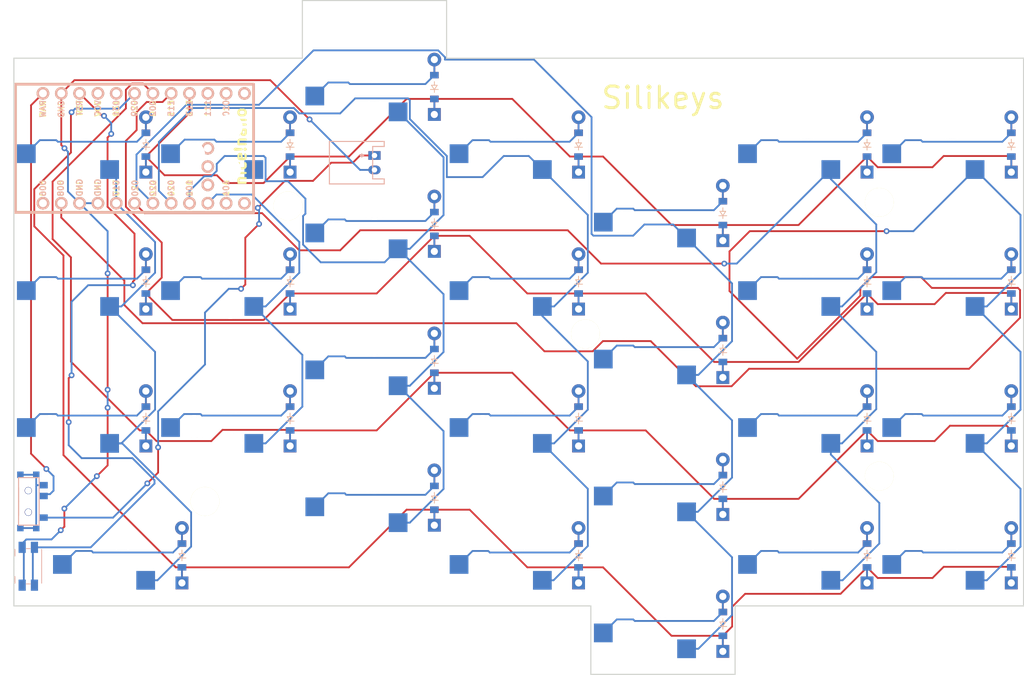
<source format=kicad_pcb>
(kicad_pcb (version 20240108) (generator "pcbnew") (generator_version "8.0")
  (title_block (title "right") (rev "v1.0.0") (company "Unknown"))
  (layers (0 "F.Cu" signal) (31 "B.Cu" signal) (34 "B.Paste" user) (35 "F.Paste" user) (36 "B.SilkS" user "B.Silkscreen") (37 "F.SilkS" user "F.Silkscreen") (38 "B.Mask" user) (39 "F.Mask" user) (44 "Edge.Cuts" user))
  (net 0 "")
  (net 1 "P017")
  (net 2 "h_down")
  (net 3 "h_home")
  (net 4 "h_up")
  (net 5 "h_anchor")
  (net 6 "P011")
  (net 7 "j_down")
  (net 8 "j_home")
  (net 9 "j_up")
  (net 10 "P100")
  (net 11 "k_utility")
  (net 12 "k_down")
  (net 13 "k_home")
  (net 14 "k_up")
  (net 15 "P024")
  (net 16 "l_utility")
  (net 17 "l_down")
  (net 18 "l_home")
  (net 19 "l_up")
  (net 20 "P022")
  (net 21 "semi_utility")
  (net 22 "semi_down")
  (net 23 "semi_home")
  (net 24 "semi_up")
  (net 25 "P020")
  (net 26 "apos_utility")
  (net 27 "apos_down")
  (net 28 "apos_home")
  (net 29 "apos_up")
  (net 30 "P008")
  (net 31 "enter_utility")
  (net 32 "enter_down")
  (net 33 "enter_home")
  (net 34 "enter_up")
  (net 35 "P002")
  (net 36 "P115")
  (net 37 "P113")
  (net 38 "P029")
  (net 39 "RAW")
  (net 40 "GND")
  (net 41 "RST")
  (net 42 "VCC")
  (net 43 "P031")
  (net 44 "P111")
  (net 45 "P010")
  (net 46 "P009")
  (net 47 "P006")
  (net 48 "P104")
  (net 49 "P106")
  (net 50 "P101")
  (net 51 "P102")
  (net 52 "P107")
  (net 53 "pos")
  (footprint "E73:SPDT_C128955" (layer "F.Cu") (at 92 145 90)
    (property "Reference" "T1" (hide yes))
    (property "Value" "" (hide yes))
  )
  (footprint "PG1350" (layer "F.Cu") (at 120 131 180)
    (property "Reference" "S5" (hide yes))
    (property "Value" "" (hide yes))
  )
  (footprint "PG1350" (layer "F.Cu") (at 105 150 180)
    (property "Reference" "S4" (hide yes))
    (property "Value" "" (hide yes))
  )
  (footprint "PG1350" (layer "F.Cu") (at 120 112 180)
    (property "Reference" "S6" (hide yes))
    (property "Value" "" (hide yes))
  )
  (footprint "ComboDiode" (layer "F.Cu") (at 168.3 152.5 90)
    (property "Reference" "D12" (hide yes))
    (property "Value" "" (hide yes))
  )
  (footprint "PG1350" (layer "F.Cu") (at 200 112 180)
    (property "Reference" "S22" (hide yes))
    (property "Value" "" (hide yes))
  )
  (footprint "ComboDiode" (layer "F.Cu") (at 168.3 133.5 90)
    (property "Reference" "D13" (hide yes))
    (property "Value" "" (hide yes))
  )
  (footprint "ComboDiode" (layer "F.Cu") (at 228.3 114.5 90)
    (property "Reference" "D26" (hide yes))
    (property "Value" "" (hide yes))
  )
  (footprint "ComboDiode" (layer "F.Cu") (at 208.3 95.5 90)
    (property "Reference" "D23" (hide yes))
    (property "Value" "" (hide yes))
  )
  (footprint "ComboDiode" (layer "F.Cu") (at 188.3 124 90)
    (property "Reference" "D18" (hide yes))
    (property "Value" "" (hide yes))
  )
  (footprint "HOLE_M2_TH" (layer "F.Cu") (at 210 103.5)
    (property "Reference" "")
    (property "Value" "")
  )
  (footprint "ComboDiode" (layer "F.Cu") (at 148.3 144.5 90)
    (property "Reference" "D8" (hide yes))
    (property "Value" "" (hide yes))
  )
  (footprint "PG1350" (layer "F.Cu") (at 180 140.5 180)
    (property "Reference" "S17" (hide yes))
    (property "Value" "" (hide yes))
  )
  (footprint "ComboDiode" (layer "F.Cu") (at 208.3 114.5 90)
    (property "Reference" "D22" (hide yes))
    (property "Value" "" (hide yes))
  )
  (footprint "PG1350" (layer "F.Cu") (at 200 93 180)
    (property "Reference" "S23" (hide yes))
    (property "Value" "" (hide yes))
  )
  (footprint "PG1350" (layer "F.Cu") (at 160 112 180)
    (property "Reference" "S14" (hide yes))
    (property "Value" "" (hide yes))
  )
  (footprint "PG1350" (layer "F.Cu") (at 180 102.5 180)
    (property "Reference" "S19" (hide yes))
    (property "Value" "" (hide yes))
  )
  (footprint "ComboDiode" (layer "F.Cu") (at 188.3 105 90)
    (property "Reference" "D19" (hide yes))
    (property "Value" "" (hide yes))
  )
  (footprint "nice_nano" (layer "F.Cu") (at 108 96)
    (property "Reference" "MCU1" (hide yes))
    (property "Value" "nice_nano" (hide yes))
  )
  (footprint "PG1350" (layer "F.Cu") (at 140 142 180)
    (property "Reference" "S8" (hide yes))
    (property "Value" "" (hide yes))
  )
  (footprint "ComboDiode" (layer "F.Cu") (at 113.3 152.5 90)
    (property "Reference" "D4" (hide yes))
    (property "Value" "" (hide yes))
  )
  (footprint "PG1350" (layer "F.Cu") (at 100 112 180)
    (property "Reference" "S2" (hide yes))
    (property "Value" "" (hide yes))
  )
  (footprint "ComboDiode" (layer "F.Cu") (at 188.3 162 90)
    (property "Reference" "D16" (hide yes))
    (property "Value" "" (hide yes))
  )
  (footprint "JST_PH_S2B-PH-K_02x2.00mm_Angled" (layer "F.Cu") (at 140 98 -90)
    (property "Reference" "JST1" (hide yes))
    (property "Value" "" (hide yes))
  )
  (footprint "ComboDiode" (layer "F.Cu") (at 148.3 125.5 90)
    (property "Reference" "D9" (hide yes))
    (property "Value" "" (hide yes))
  )
  (footprint "PG1350" (layer "F.Cu") (at 180 159.5 180)
    (property "Reference" "S16" (hide yes))
    (property "Value" "" (hide yes))
  )
  (footprint "ComboDiode" (layer "F.Cu") (at 128.3 95.5 90)
    (property "Reference" "D7" (hide yes))
    (property "Value" "" (hide yes))
  )
  (footprint "HOLE_M2_TH" (layer "F.Cu") (at 210 141.5)
    (property "Reference" "")
    (property "Value" "")
  )
  (footprint "PG1350" (layer "F.Cu") (at 220 131 180)
    (property "Reference" "S25" (hide yes))
    (property "Value" "" (hide yes))
  )
  (footprint "ComboDiode" (layer "F.Cu") (at 128.3 114.5 90)
    (property "Reference" "D6" (hide yes))
    (property "Value" "" (hide yes))
  )
  (footprint "PG1350" (layer "F.Cu") (at 100 93 180)
    (property "Reference" "S3" (hide yes))
    (property "Value" "" (hide yes))
  )
  (footprint "ComboDiode" (layer "F.Cu") (at 188.3 143 90)
    (property "Reference" "D17" (hide yes))
    (property "Value" "" (hide yes))
  )
  (footprint "PG1350" (layer "F.Cu") (at 160 131 180)
    (property "Reference" "S13" (hide yes))
    (property "Value" "" (hide yes))
  )
  (footprint "PG1350" (layer "F.Cu") (at 140 104 180)
    (property "Reference" "S10" (hide yes))
    (property "Value" "" (hide yes))
  )
  (footprint "PG1350" (layer "F.Cu") (at 220 112 180)
    (property "Reference" "S26" (hide yes))
    (property "Value" "" (hide yes))
  )
  (footprint "ComboDiode" (layer "F.Cu") (at 228.3 152.5 90)
    (property "Reference" "D24" (hide yes))
    (property "Value" "" (hide yes))
  )
  (footprint "PG1350" (layer "F.Cu") (at 140 85 180)
    (property "Reference" "S11" (hide yes))
    (property "Value" "" (hide yes))
  )
  (footprint "HOLE_M2_TH" (layer "F.Cu") (at 116.5 145)
    (property "Reference" "")
    (property "Value" "")
  )
  (footprint "ComboDiode" (layer "F.Cu") (at 108.3 114.5 90)
    (property "Reference" "D2" (hide yes))
    (property "Value" "" (hide yes))
  )
  (footprint "HOLE_M2_TH" (layer "F.Cu") (at 128 104)
    (property "Reference" "")
    (property "Value" "")
  )
  (footprint "PG1350" (layer "F.Cu") (at 160 150 180)
    (property "Reference" "S12" (hide yes))
    (property "Value" "" (hide yes))
  )
  (footprint "PG1350" (layer "F.Cu") (at 140 123 180)
    (property "Reference" "S9" (hide yes))
    (property "Value" "" (hide yes))
  )
  (footprint "PG1350" (layer "F.Cu") (at 120 93 180)
    (property "Reference" "S7" (hide yes))
    (property "Value" "" (hide yes))
  )
  (footprint "PG1350" (layer "F.Cu") (at 200 150 180)
    (property "Reference" "S20" (hide yes))
    (property "Value" "" (hide yes))
  )
  (footprint "ComboDiode" (layer "F.Cu") (at 168.3 114.5 90)
    (property "Reference" "D14" (hide yes))
    (property "Value" "" (hide yes))
  )
  (footprint "PG1350" (layer "F.Cu") (at 100 131 180)
    (property "Reference" "S1" (hide yes))
    (property "Value" "" (hide yes))
  )
  (footprint "PG1350" (layer "F.Cu") (at 180 121.5 180)
    (property "Reference" "S18" (hide yes))
    (property "Value" "" (hide yes))
  )
  (footprint "ComboDiode" (layer "F.Cu") (at 148.3 87.5 90)
    (property "Reference" "D11" (hide yes))
    (property "Value" "" (hide yes))
  )
  (footprint "ComboDiode" (layer "F.Cu") (at 148.3 106.5 90)
    (property "Reference" "D10" (hide yes))
    (property "Value" "" (hide yes))
  )
  (footprint "Panasonic_EVQPUL_EVQPUC" (layer "F.Cu") (at 92 154 90)
    (property "Reference" "B1" (hide yes))
    (property "Value" "Panasonic_EVQPUL_EVQPUC" (hide yes))
  )
  (footprint "PG1350" (layer "F.Cu") (at 200 131 180)
    (property "Reference" "S21" (hide yes))
    (property "Value" "" (hide yes))
  )
  (footprint "ComboDiode" (layer "F.Cu") (at 208.3 133.5 90)
    (property "Reference" "D21" (hide yes))
    (property "Value" "" (hide yes))
  )
  (footprint "ComboDiode" (layer "F.Cu") (at 128.3 133.5 90)
    (property "Reference" "D5" (hide yes))
    (property "Value" "" (hide yes))
  )
  (footprint "ComboDiode" (layer "F.Cu") (at 108.3 95.5 90)
    (property "Reference" "D3" (hide yes))
    (property "Value" "" (hide yes))
  )
  (footprint "ComboDiode" (layer "F.Cu") (at 208.3 152.5 90)
    (property "Reference" "D20" (hide yes))
    (property "Value" "" (hide yes))
  )
  (footprint "ComboDiode" (layer "F.Cu") (at 168.3 95.5 90)
    (property "Reference" "D15" (hide yes))
    (property "Value" "" (hide yes))
  )
  (footprint "PG1350" (layer "F.Cu") (at 160 93 180)
    (property "Reference" "S15" (hide yes))
    (property "Value" "" (hide yes))
  )
  (footprint "PG1350" (layer "F.Cu") (at 220 93 180)
    (property "Reference" "S27" (hide yes))
    (property "Value" "" (hide yes))
  )
  (footprint "ComboDiode" (layer "F.Cu") (at 108.3 133.5 90)
    (property "Reference" "D1" (hide yes))
    (property "Value" "" (hide yes))
  )
  (footprint "ComboDiode" (layer "F.Cu") (at 228.3 133.5 90)
    (property "Reference" "D25" (hide yes))
    (property "Value" "" (hide yes))
  )
  (footprint "HOLE_M2_TH" (layer "F.Cu") (at 169.25 121.75)
    (property "Reference" "")
    (property "Value" "")
  )
  (footprint "ComboDiode" (layer "F.Cu") (at 228.3 95.5 90)
    (property "Reference" "D27" (hide yes))
    (property "Value" "" (hide yes))
  )
  (footprint "PG1350" (layer "F.Cu") (at 220 150 180)
    (property "Reference" "S24" (hide yes))
    (property "Value" "" (hide yes))
  )
  (gr_line (start 90 159.5) (end 170 159.5) (stroke (width 0.15)) (layer "Edge.Cuts"))
  (gr_line (start 90 159.5) (end 90 83.5) (stroke (width 0.15)) (layer "Edge.Cuts"))
  (gr_line (start 170 169) (end 170 159.5) (stroke (width 0.15)) (layer "Edge.Cuts"))
  (gr_line (start 150 83.5) (end 230 83.5) (stroke (width 0.15)) (layer "Edge.Cuts"))
  (gr_line (start 150 75.5) (end 150 83.5) (stroke (width 0.15)) (layer "Edge.Cuts"))
  (gr_line (start 90 83.5) (end 130 83.5) (stroke (width 0.15)) (layer "Edge.Cuts"))
  (gr_line (start 130 75.5) (end 150 75.5) (stroke (width 0.15)) (layer "Edge.Cuts"))
  (gr_line (start 230 159.5) (end 190 159.5) (stroke (width 0.15)) (layer "Edge.Cuts"))
  (gr_line (start 130 83.5) (end 130 75.5) (stroke (width 0.15)) (layer "Edge.Cuts"))
  (gr_line (start 190 159.5) (end 190 169) (stroke (width 0.15)) (layer "Edge.Cuts"))
  (gr_line (start 230 83.5) (end 230 159.5) (stroke (width 0.15)) (layer "Edge.Cuts"))
  (gr_line (start 190 169) (end 170 169) (stroke (width 0.15)) (layer "Edge.Cuts"))
  (gr_text "Silikeys" (at 180 90.75 0) (layer "F.SilkS") (effects (font (size 3 3) (thickness 0.4)) (justify bottom)))
  (segment (start 93.2 142.75) (end 94.075 142.75) (width 0.25) (layer "B.Cu") (net 0))
  (segment (start 93.1 142.65) (end 93.1 141.3) (width 0.25) (layer "B.Cu") (net 0))
  (segment (start 93.1 141.3) (end 90.9 141.3) (width 0.25) (layer "B.Cu") (net 0))
  (segment (start 93.1 142.85) (end 93.2 142.75) (width 0.25) (layer "B.Cu") (net 0))
  (segment (start 93.2 142.75) (end 93.1 142.65) (width 0.25) (layer "B.Cu") (net 0))
  (segment (start 90.9 148.7) (end 93.1 148.7) (width 0.25) (layer "B.Cu") (net 0))
  (segment (start 93.1 148.7) (end 93.1 142.85) (width 0.25) (layer "B.Cu") (net 0))
  (segment (start 114.5775 151.2725) (end 114.5775 146.506968) (width 0.25) (layer "B.Cu") (net 1))
  (segment (start 114.5775 146.506968) (end 105.020532 136.95) (width 0.25) (layer "B.Cu") (net 1))
  (segment (start 104.19 99.865) (end 103.275 98.95) (width 0.25) (layer "B.Cu") (net 1))
  (segment (start 103.275 117.95) (end 104.9 117.95) (width 0.25) (layer "B.Cu") (net 1))
  (segment (start 109.5775 132.2725) (end 109.5775 124.2525) (width 0.25) (layer "B.Cu") (net 1))
  (segment (start 104.9 136.95) (end 109.5775 132.2725) (width 0.25) (layer "B.Cu") (net 1))
  (segment (start 109.5775 124.2525) (end 103.275 117.95) (width 0.25) (layer "B.Cu") (net 1))
  (segment (start 104.9 117.95) (end 109.5775 113.2725) (width 0.25) (layer "B.Cu") (net 1))
  (segment (start 109.5775 113.2725) (end 109.5775 109.0075) (width 0.25) (layer "B.Cu") (net 1))
  (segment (start 109.5775 109.0075) (end 104.19 103.62) (width 0.25) (layer "B.Cu") (net 1))
  (segment (start 104.19 103.62) (end 104.19 99.865) (width 0.25) (layer "B.Cu") (net 1))
  (segment (start 108.275 155.95) (end 109.9 155.95) (width 0.25) (layer "B.Cu") (net 1))
  (segment (start 105.020532 136.95) (end 103.275 136.95) (width 0.25) (layer "B.Cu") (net 1))
  (segment (start 109.9 155.95) (end 114.5775 151.2725) (width 0.25) (layer "B.Cu") (net 1))
  (segment (start 103.275 136.95) (end 104.9 136.95) (width 0.25) (layer "B.Cu") (net 1))
  (segment (start 108.3 131.85) (end 108.3 129.69) (width 0.25) (layer "F.Cu") (net 2))
  (segment (start 108.3 131.85) (end 108.3 129.69) (width 0.25) (layer "B.Cu") (net 2))
  (segment (start 93.6 132.875) (end 91.725 134.75) (width 0.25) (layer "B.Cu") (net 2))
  (segment (start 108.3 131.85) (end 107.0605 133.0895) (width 0.25) (layer "B.Cu") (net 2))
  (segment (start 95.875 132.875) (end 93.6 132.875) (width 0.25) (layer "B.Cu") (net 2))
  (segment (start 107.0605 133.0895) (end 96.0895 133.0895) (width 0.25) (layer "B.Cu") (net 2))
  (segment (start 96.0895 133.0895) (end 95.875 132.875) (width 0.25) (layer "B.Cu") (net 2))
  (segment (start 108.3 112.85) (end 108.3 110.69) (width 0.25) (layer "F.Cu") (net 3))
  (segment (start 95.875 113.875) (end 93.6 113.875) (width 0.25) (layer "B.Cu") (net 3))
  (segment (start 108.3 112.85) (end 107.0605 114.0895) (width 0.25) (layer "B.Cu") (net 3))
  (segment (start 108.3 110.69) (end 108.3 112.85) (width 0.25) (layer "B.Cu") (net 3))
  (segment (start 96.0895 114.0895) (end 95.875 113.875) (width 0.25) (layer "B.Cu") (net 3))
  (segment (start 107.0605 114.0895) (end 96.0895 114.0895) (width 0.25) (layer "B.Cu") (net 3))
  (segment (start 93.6 113.875) (end 91.725 115.75) (width 0.25) (layer "B.Cu") (net 3))
  (segment (start 108.3 93.85) (end 108.3 91.69) (width 0.25) (layer "F.Cu") (net 4))
  (segment (start 96.0895 95.0895) (end 95.875 94.875) (width 0.25) (layer "B.Cu") (net 4))
  (segment (start 108.3 93.85) (end 107.0605 95.0895) (width 0.25) (layer "B.Cu") (net 4))
  (segment (start 107.0605 95.0895) (end 96.0895 95.0895) (width 0.25) (layer "B.Cu") (net 4))
  (segment (start 108.3 93.85) (end 108.3 91.69) (width 0.25) (layer "B.Cu") (net 4))
  (segment (start 93.6 94.875) (end 91.725 96.75) (width 0.25) (layer "B.Cu") (net 4))
  (segment (start 95.875 94.875) (end 93.6 94.875) (width 0.25) (layer "B.Cu") (net 4))
  (segment (start 113.3 150.85) (end 113.3 148.69) (width 0.25) (layer "F.Cu") (net 5))
  (segment (start 98.6 151.875) (end 96.725 153.75) (width 0.25) (layer "B.Cu") (net 5))
  (segment (start 100.99115 152.0895) (end 100.77665 151.875) (width 0.25) (layer "B.Cu") (net 5))
  (segment (start 113.3 148.69) (end 113.3 150.85) (width 0.25) (layer "B.Cu") (net 5))
  (segment (start 113.3 150.85) (end 112.0605 152.0895) (width 0.25) (layer "B.Cu") (net 5))
  (segment (start 100.77665 151.875) (end 98.6 151.875) (width 0.25) (layer "B.Cu") (net 5))
  (segment (start 112.0605 152.0895) (end 100.99115 152.0895) (width 0.25) (layer "B.Cu") (net 5))
  (segment (start 129.5775 113.2725) (end 129.5775 109.006968) (width 0.25) (layer "B.Cu") (net 6))
  (segment (start 123.275 102.704468) (end 122.989232 102.4187) (width 0.25) (layer "B.Cu") (net 6))
  (segment (start 123.275 136.95) (end 124.9 136.95) (width 0.25) (layer "B.Cu") (net 6))
  (segment (start 130 124.675) (end 123.275 117.95) (width 0.25) (layer "B.Cu") (net 6))
  (segment (start 129.5775 109.006968) (end 123.275 102.704468) (width 0.25) (layer "B.Cu") (net 6))
  (segment (start 130 131.85) (end 130 124.675) (width 0.25) (layer "B.Cu") (net 6))
  (segment (start 124.9 117.95) (end 129.5775 113.2725) (width 0.25) (layer "B.Cu") (net 6))
  (segment (start 123.275 117.95) (end 124.9 117.95) (width 0.25) (layer "B.Cu") (net 6))
  (segment (start 122.989232 102.4187) (end 118.0913 102.4187) (width 0.25) (layer "B.Cu") (net 6))
  (segment (start 124.9 136.95) (end 130 131.85) (width 0.25) (layer "B.Cu") (net 6))
  (segment (start 123.275 102.704468) (end 123.275 98.95) (width 0.25) (layer "B.Cu") (net 6))
  (segment (start 118.0913 102.4187) (end 116.89 103.62) (width 0.25) (layer "B.Cu") (net 6))
  (segment (start 128.3 129.69) (end 128.3 131.85) (width 0.25) (layer "F.Cu") (net 7))
  (segment (start 128.3 129.69) (end 128.3 131.85) (width 0.25) (layer "B.Cu") (net 7))
  (segment (start 127.0605 133.0895) (end 116.0895 133.0895) (width 0.25) (layer "B.Cu") (net 7))
  (segment (start 113.6 132.875) (end 111.725 134.75) (width 0.25) (layer "B.Cu") (net 7))
  (segment (start 116.0895 133.0895) (end 115.875 132.875) (width 0.25) (layer "B.Cu") (net 7))
  (segment (start 128.3 131.85) (end 127.0605 133.0895) (width 0.25) (layer "B.Cu") (net 7))
  (segment (start 115.875 132.875) (end 113.6 132.875) (width 0.25) (layer "B.Cu") (net 7))
  (segment (start 128.3 110.69) (end 128.3 112.85) (width 0.25) (layer "F.Cu") (net 8))
  (segment (start 113.6 113.875) (end 111.725 115.75) (width 0.25) (layer "B.Cu") (net 8))
  (segment (start 128.3 112.85) (end 127.0605 114.0895) (width 0.25) (layer "B.Cu") (net 8))
  (segment (start 115.875 113.875) (end 113.6 113.875) (width 0.25) (layer "B.Cu") (net 8))
  (segment (start 128.3 110.69) (end 128.3 112.85) (width 0.25) (layer "B.Cu") (net 8))
  (segment (start 116.0895 114.0895) (end 115.875 113.875) (width 0.25) (layer "B.Cu") (net 8))
  (segment (start 127.0605 114.0895) (end 116.0895 114.0895) (width 0.25) (layer "B.Cu") (net 8))
  (segment (start 128.3 91.69) (end 128.3 93.85) (width 0.25) (layer "F.Cu") (net 9))
  (segment (start 127.0605 95.0895) (end 118.0895 95.0895) (width 0.25) (layer "B.Cu") (net 9))
  (segment (start 118.0895 95.0895) (end 117.7987 94.7987) (width 0.25) (layer "B.Cu") (net 9))
  (segment (start 117.7987 94.7987) (end 113.6763 94.7987) (width 0.25) (layer "B.Cu") (net 9))
  (segment (start 128.3 93.85) (end 127.0605 95.0895) (width 0.25) (layer "B.Cu") (net 9))
  (segment (start 128.3 91.69) (end 128.3 93.85) (width 0.25) (layer "B.Cu") (net 9))
  (segment (start 113.6763 94.7987) (end 111.725 96.75) (width 0.25) (layer "B.Cu") (net 9))
  (segment (start 114.35 101.921105) (end 114.35 103.62) (width 0.25) (layer "B.Cu") (net 10))
  (segment (start 143.275 128.95) (end 144.9 128.95) (width 0.25) (layer "B.Cu") (net 10))
  (segment (start 130.425 102.995532) (end 128.004468 100.575) (width 0.25) (layer "B.Cu") (net 10))
  (segment (start 118.125 99.141295) (end 117.387595 99.8787) (width 0.25) (layer "B.Cu") (net 10))
  (segment (start 149.5775 97.2525) (end 143.275 90.95) (width 0.25) (layer "B.Cu") (net 10))
  (segment (start 117.387595 99.8787) (end 116.392405 99.8787) (width 0.25) (layer "B.Cu") (net 10))
  (segment (start 143.275 147.95) (end 144.9 147.95) (width 0.25) (layer "B.Cu") (net 10))
  (segment (start 124.9 100.575) (end 124.9 97.325) (width 0.25) (layer "B.Cu") (net 10))
  (segment (start 143.275 109.95) (end 144.9 109.95) (width 0.25) (layer "B.Cu") (net 10))
  (segment (start 130.425 105.075) (end 130.425 102.995532) (width 0.25) (layer "B.Cu") (net 10))
  (segment (start 144.9 109.95) (end 149.5775 105.2725) (width 0.25) (layer "B.Cu") (net 10))
  (segment (start 141.4 111.825) (end 132.55 111.825) (width 0.25) (layer "B.Cu") (net 10))
  (segment (start 144.9 128.95) (end 149.5775 124.2725) (width 0.25) (layer "B.Cu") (net 10))
  (segment (start 132.55 111.825) (end 130.1 109.375) (width 0.25) (layer "B.Cu") (net 10))
  (segment (start 149.5775 124.2725) (end 149.5775 116.2525) (width 0.25) (layer "B.Cu") (net 10))
  (segment (start 116.392405 99.8787) (end 114.35 101.921105) (width 0.25) (layer "B.Cu") (net 10))
  (segment (start 124.9 97.325) (end 124.65 97.075) (width 0.25) (layer "B.Cu") (net 10))
  (segment (start 144.9 147.95) (end 149.5775 143.2725) (width 0.25) (layer "B.Cu") (net 10))
  (segment (start 130.1 105.4) (end 130.425 105.075) (width 0.25) (layer "B.Cu") (net 10))
  (segment (start 130.1 109.375) (end 130.1 105.4) (width 0.25) (layer "B.Cu") (net 10))
  (segment (start 149.5775 116.2525) (end 143.275 109.95) (width 0.25) (layer "B.Cu") (net 10))
  (segment (start 149.5775 135.2525) (end 143.275 128.95) (width 0.25) (layer "B.Cu") (net 10))
  (segment (start 149.5775 105.2725) (end 149.5775 97.2525) (width 0.25) (layer "B.Cu") (net 10))
  (segment (start 124.65 97.075) (end 119.22335 97.075) (width 0.25) (layer "B.Cu") (net 10))
  (segment (start 118.125 98.17335) (end 118.125 99.141295) (width 0.25) (layer "B.Cu") (net 10))
  (segment (start 149.5775 143.2725) (end 149.5775 135.2525) (width 0.25) (layer "B.Cu") (net 10))
  (segment (start 128.004468 100.575) (end 124.9 100.575) (width 0.25) (layer "B.Cu") (net 10))
  (segment (start 143.275 109.95) (end 141.4 111.825) (width 0.25) (layer "B.Cu") (net 10))
  (segment (start 119.22335 97.075) (end 118.125 98.17335) (width 0.25) (layer "B.Cu") (net 10))
  (segment (start 148.3 142.85) (end 148.3 140.69) (width 0.25) (layer "F.Cu") (net 11))
  (segment (start 135.875 143.875) (end 133.6 143.875) (width 0.25) (layer "B.Cu") (net 11))
  (segment (start 147.0605 144.0895) (end 136.0895 144.0895) (width 0.25) (layer "B.Cu") (net 11))
  (segment (start 136.0895 144.0895) (end 135.875 143.875) (width 0.25) (layer "B.Cu") (net 11))
  (segment (start 148.3 142.85) (end 147.0605 144.0895) (width 0.25) (layer "B.Cu") (net 11))
  (segment (start 148.3 142.85) (end 148.3 140.69) (width 0.25) (layer "B.Cu") (net 11))
  (segment (start 133.6 143.875) (end 131.725 145.75) (width 0.25) (layer "B.Cu") (net 11))
  (segment (start 148.3 123.85) (end 148.3 121.69) (width 0.25) (layer "F.Cu") (net 12))
  (segment (start 148.3 123.85) (end 147.0605 125.0895) (width 0.25) (layer "B.Cu") (net 12))
  (segment (start 136.0895 125.0895) (end 135.875 124.875) (width 0.25) (layer "B.Cu") (net 12))
  (segment (start 148.3 123.85) (end 148.3 121.69) (width 0.25) (layer "B.Cu") (net 12))
  (segment (start 147.0605 125.0895) (end 136.0895 125.0895) (width 0.25) (layer "B.Cu") (net 12))
  (segment (start 133.6 124.875) (end 131.725 126.75) (width 0.25) (layer "B.Cu") (net 12))
  (segment (start 135.875 124.875) (end 133.6 124.875) (width 0.25) (layer "B.Cu") (net 12))
  (segment (start 148.3 104.85) (end 148.3 102.69) (width 0.25) (layer "F.Cu") (net 13))
  (segment (start 148.3 104.85) (end 147.0605 106.0895) (width 0.25) (layer "B.Cu") (net 13))
  (segment (start 135.875 105.875) (end 133.6 105.875) (width 0.25) (layer "B.Cu") (net 13))
  (segment (start 136.0895 106.0895) (end 135.875 105.875) (width 0.25) (layer "B.Cu") (net 13))
  (segment (start 133.6 105.875) (end 131.725 107.75) (width 0.25) (layer "B.Cu") (net 13))
  (segment (start 147.0605 106.0895) (end 136.0895 106.0895) (width 0.25) (layer "B.Cu") (net 13))
  (segment (start 148.3 104.85) (end 148.3 102.69) (width 0.25) (layer "B.Cu") (net 13))
  (segment (start 148.3 85.85) (end 148.3 83.69) (width 0.25) (layer "F.Cu") (net 14))
  (segment (start 133.6 86.875) (end 131.725 88.75) (width 0.25) (layer "B.Cu") (net 14))
  (segment (start 136.375 86.875) (end 133.6 86.875) (width 0.25) (layer "B.Cu") (net 14))
  (segment (start 147.0605 87.0895) (end 136.5895 87.0895) (width 0.25) (layer "B.Cu") (net 14))
  (segment (start 148.3 85.85) (end 147.0605 87.0895) (width 0.25) (layer "B.Cu") (net 14))
  (segment (start 148.3 85.85) (end 148.3 83.69) (width 0.25) (layer "B.Cu") (net 14))
  (segment (start 136.5895 87.0895) (end 136.375 86.875) (width 0.25) (layer "B.Cu") (net 14))
  (segment (start 164.825 155.95) (end 169.5775 151.1975) (width 0.25) (layer "B.Cu") (net 15))
  (segment (start 144.9 91.938604) (end 144.9 89.325) (width 0.25) (layer "B.Cu") (net 15))
  (segment (start 163.275 119.275) (end 163.275 117.95) (width 0.25) (layer "B.Cu") (net 15))
  (segment (start 144.9 89.325) (end 144.65 89.075) (width 0.25) (layer "B.Cu") (net 15))
  (segment (start 137.32665 89.075) (end 135.240808 91.160842) (width 0.25) (layer "B.Cu") (net 15))
  (segment (start 163.275 155.95) (end 164.825 155.95) (width 0.25) (layer "B.Cu") (net 15))
  (segment (start 163.275 136.95) (end 164.9 136.95) (width 0.25) (layer "B.Cu") (net 15))
  (segment (start 163.275 98.95) (end 161.4 97.075) (width 0.25) (layer "B.Cu") (net 15))
  (segment (start 169.5775 132.2725) (end 169.5775 125.5775) (width 0.25) (layer "B.Cu") (net 15))
  (segment (start 155 100) (end 150.0275 100) (width 0.25) (layer "B.Cu") (net 15))
  (segment (start 135.240808 91.160842) (end 129.5775 91.160842) (width 0.25) (layer "B.Cu") (net 15))
  (segment (start 169.5775 125.5775) (end 163.275 119.275) (width 0.25) (layer "B.Cu") (net 15))
  (segment (start 163.275 117.95) (end 164.9 117.95) (width 0.25) (layer "B.Cu") (net 15))
  (segment (start 150.0275 100) (end 150.0275 97.066104) (width 0.25) (layer "B.Cu") (net 15))
  (segment (start 169.5775 113.2725) (end 169.5775 105.2525) (width 0.25) (layer "B.Cu") (net 15))
  (segment (start 150.0275 97.066104) (end 144.9 91.938604) (width 0.25) (layer "B.Cu") (net 15))
  (segment (start 164.9 117.95) (end 169.5775 113.2725) (width 0.25) (layer "B.Cu") (net 15))
  (segment (start 110.1 95.125) (end 110.1 101.91) (width 0.25) (layer "B.Cu") (net 15))
  (segment (start 128.829158 90.4125) (end 114.8125 90.4125) (width 0.25) (layer "B.Cu") (net 15))
  (segment (start 161.4 97.075) (end 157.925 97.075) (width 0.25) (layer "B.Cu") (net 15))
  (segment (start 164.9 136.95) (end 169.5775 132.2725) (width 0.25) (layer "B.Cu") (net 15))
  (segment (start 169.5775 105.2525) (end 163.275 98.95) (width 0.25) (layer "B.Cu") (net 15))
  (segment (start 114.8125 90.4125) (end 110.1 95.125) (width 0.25) (layer "B.Cu") (net 15))
  (segment (start 157.925 97.075) (end 155 100) (width 0.25) (layer "B.Cu") (net 15))
  (segment (start 129.5775 91.160842) (end 128.829158 90.4125) (width 0.25) (layer "B.Cu") (net 15))
  (segment (start 169.5775 151.1975) (end 169.5775 143.2525) (width 0.25) (layer "B.Cu") (net 15))
  (segment (start 144.65 89.075) (end 137.32665 89.075) (width 0.25) (layer "B.Cu") (net 15))
  (segment (start 169.5775 143.2525) (end 163.275 136.95) (width 0.25) (layer "B.Cu") (net 15))
  (segment (start 110.1 101.91) (end 111.81 103.62) (width 0.25) (layer "B.Cu") (net 15))
  (segment (start 168.3 148.69) (end 168.3 150.85) (width 0.25) (layer "F.Cu") (net 16))
  (segment (start 155.99115 152.0895) (end 155.77665 151.875) (width 0.25) (layer "B.Cu") (net 16))
  (segment (start 153.6 151.875) (end 151.725 153.75) (width 0.25) (layer "B.Cu") (net 16))
  (segment (start 168.3 148.69) (end 168.3 150.85) (width 0.25) (layer "B.Cu") (net 16))
  (segment (start 155.77665 151.875) (end 153.6 151.875) (width 0.25) (layer "B.Cu") (net 16))
  (segment (start 168.3 150.85) (end 167.0605 152.0895) (width 0.25) (layer "B.Cu") (net 16))
  (segment (start 167.0605 152.0895) (end 155.99115 152.0895) (width 0.25) (layer "B.Cu") (net 16))
  (segment (start 168.3 129.69) (end 168.3 131.85) (width 0.25) (layer "F.Cu") (net 17))
  (segment (start 168.3 129.69) (end 168.3 131.85) (width 0.25) (layer "B.Cu") (net 17))
  (segment (start 155.875 132.875) (end 153.6 132.875) (width 0.25) (layer "B.Cu") (net 17))
  (segment (start 167.0605 133.0895) (end 156.0895 133.0895) (width 0.25) (layer "B.Cu") (net 17))
  (segment (start 168.3 131.85) (end 167.0605 133.0895) (width 0.25) (layer "B.Cu") (net 17))
  (segment (start 156.0895 133.0895) (end 155.875 132.875) (width 0.25) (layer "B.Cu") (net 17))
  (segment (start 153.6 132.875) (end 151.725 134.75) (width 0.25) (layer "B.Cu") (net 17))
  (segment (start 168.3 110.69) (end 168.3 112.85) (width 0.25) (layer "F.Cu") (net 18))
  (segment (start 156.0895 114.0895) (end 155.875 113.875) (width 0.25) (layer "B.Cu") (net 18))
  (segment (start 167.0605 114.0895) (end 156.0895 114.0895) (width 0.25) (layer "B.Cu") (net 18))
  (segment (start 168.3 110.69) (end 168.3 112.85) (width 0.25) (layer "B.Cu") (net 18))
  (segment (start 153.6 113.875) (end 151.725 115.75) (width 0.25) (layer "B.Cu") (net 18))
  (segment (start 168.3 112.85) (end 167.0605 114.0895) (width 0.25) (layer "B.Cu") (net 18))
  (segment (start 155.875 113.875) (end 153.6 113.875) (width 0.25) (layer "B.Cu") (net 18))
  (segment (start 168.3 91.69) (end 168.3 93.85) (width 0.25) (layer "F.Cu") (net 19))
  (segment (start 155.875 94.875) (end 153.6 94.875) (width 0.25) (layer "B.Cu") (net 19))
  (segment (start 168.3 93.85) (end 168.3 91.69) (width 0.25) (layer "B.Cu") (net 19))
  (segment (start 156.0895 95.0895) (end 155.875 94.875) (width 0.25) (layer "B.Cu") (net 19))
  (segment (start 168.3 93.85) (end 167.0605 95.0895) (width 0.25) (layer "B.Cu") (net 19))
  (segment (start 167.0605 95.0895) (end 156.0895 95.0895) (width 0.25) (layer "B.Cu") (net 19))
  (segment (start 153.6 94.875) (end 151.725 96.75) (width 0.25) (layer "B.Cu") (net 19))
  (segment (start 149.7775 83.360842) (end 148.829158 82.4125) (width 0.25) (layer "B.Cu") (net 20))
  (segment (start 113.9125 89.9625) (end 107 96.875) (width 0.25) (layer "B.Cu") (net 20))
  (segment (start 124 89.9625) (end 113.9125 89.9625) (width 0.25) (layer "B.Cu") (net 20))
  (segment (start 175.875 108.125) (end 170.35 108.125) (width 0.25) (layer "B.Cu") (net 20))
  (segment (start 148.829158 82.4125) (end 131.55 82.4125) (width 0.25) (layer "B.Cu") (net 20))
  (segment (start 184.825 146.45) (end 189.5775 141.6975) (width 0.25) (layer "B.Cu") (net 20))
  (segment (start 183.275 146.45) (end 184.825 146.45) (width 0.25) (layer "B.Cu") (net 20))
  (segment (start 184.9 165.45) (end 189.5775 160.7725) (width 0.25) (layer "B.Cu") (net 20))
  (segment (start 183.275 165.45) (end 184.9 165.45) (width 0.25) (layer "B.Cu") (net 20))
  (segment (start 149.7775 83.7) (end 149.7775 83.360842) (width 0.25) (layer "B.Cu") (net 20))
  (segment (start 107 96.875) (end 107 101.35) (width 0.25) (layer "B.Cu") (net 20))
  (segment (start 184.9 127.45) (end 189.5775 122.7725) (width 0.25) (layer "B.Cu") (net 20))
  (segment (start 189.5775 160.7725) (end 189.5775 152.7525) (width 0.25) (layer "B.Cu") (net 20))
  (segment (start 189.5775 152.7525) (end 183.275 146.45) (width 0.25) (layer "B.Cu") (net 20))
  (segment (start 131.55 82.4125) (end 124 89.9625) (width 0.25) (layer "B.Cu") (net 20))
  (segment (start 189.5775 114.7525) (end 183.275 108.45) (width 0.25) (layer "B.Cu") (net 20))
  (segment (start 189.5775 122.7725) (end 189.5775 114.7525) (width 0.25) (layer "B.Cu") (net 20))
  (segment (start 189.5775 133.7525) (end 183.275 127.45) (width 0.25) (layer "B.Cu") (net 20))
  (segment (start 183.275 108.45) (end 181.4 106.575) (width 0.25) (layer "B.Cu") (net 20))
  (segment (start 162.116658 83.7) (end 149.7775 83.7) (width 0.25) (layer "B.Cu") (net 20))
  (segment (start 107 101.35) (end 109.27 103.62) (width 0.25) (layer "B.Cu") (net 20))
  (segment (start 189.5775 141.6975) (end 189.5775 133.7525) (width 0.25) (layer "B.Cu") (net 20))
  (segment (start 183.275 127.45) (end 184.9 127.45) (width 0.25) (layer "B.Cu") (net 20))
  (segment (start 170.1 107.875) (end 170.1 91.683342) (width 0.25) (layer "B.Cu") (net 20))
  (segment (start 181.4 106.575) (end 177.425 106.575) (width 0.25) (layer "B.Cu") (net 20))
  (segment (start 177.425 106.575) (end 175.875 108.125) (width 0.25) (layer "B.Cu") (net 20))
  (segment (start 170.35 108.125) (end 170.1 107.875) (width 0.25) (layer "B.Cu") (net 20))
  (segment (start 170.1 91.683342) (end 162.116658 83.7) (width 0.25) (layer "B.Cu") (net 20))
  (segment (start 188.3 160.35) (end 188.3 158.19) (width 0.25) (layer "F.Cu") (net 21))
  (segment (start 176.0895 161.5895) (end 175.875 161.375) (width 0.25) (layer "B.Cu") (net 21))
  (segment (start 188.3 160.35) (end 187.0605 161.5895) (width 0.25) (layer "B.Cu") (net 21))
  (segment (start 175.875 161.375) (end 173.6 161.375) (width 0.25) (layer "B.Cu") (net 21))
  (segment (start 173.6 161.375) (end 171.725 163.25) (width 0.25) (layer "B.Cu") (net 21))
  (segment (start 187.0605 161.5895) (end 176.0895 161.5895) (width 0.25) (layer "B.Cu") (net 21))
  (segment (start 188.3 160.35) (end 188.3 158.19) (width 0.25) (layer "B.Cu") (net 21))
  (segment (start 188.3 141.35) (end 188.3 139.19) (width 0.25) (layer "F.Cu") (net 22))
  (segment (start 187.0605 142.5895) (end 176.0895 142.5895) (width 0.25) (layer "B.Cu") (net 22))
  (segment (start 176.0895 142.5895) (end 175.875 142.375) (width 0.25) (layer "B.Cu") (net 22))
  (segment (start 175.875 142.375) (end 173.6 142.375) (width 0.25) (layer "B.Cu") (net 22))
  (segment (start 188.3 141.35) (end 187.0605 142.5895) (width 0.25) (layer "B.Cu") (net 22))
  (segment (start 188.3 141.35) (end 188.3 139.19) (width 0.25) (layer "B.Cu") (net 22))
  (segment (start 173.6 142.375) (end 171.725 144.25) (width 0.25) (layer "B.Cu") (net 22))
  (segment (start 188.3 122.35) (end 188.3 120.19) (width 0.25) (layer "F.Cu") (net 23))
  (segment (start 176.0895 123.5895) (end 175.875 123.375) (width 0.25) (layer "B.Cu") (net 23))
  (segment (start 175.875 123.375) (end 173.6 123.375) (width 0.25) (layer "B.Cu") (net 23))
  (segment (start 187.0605 123.5895) (end 176.0895 123.5895) (width 0.25) (layer "B.Cu") (net 23))
  (segment (start 188.3 122.35) (end 187.0605 123.5895) (width 0.25) (layer "B.Cu") (net 23))
  (segment (start 173.6 123.375) (end 171.725 125.25) (width 0.25) (layer "B.Cu") (net 23))
  (segment (start 188.3 122.35) (end 188.3 120.19) (width 0.25) (layer "B.Cu") (net 23))
  (segment (start 188.3 103.35) (end 188.3 101.19) (width 0.25) (layer "F.Cu") (net 24))
  (segment (start 175.875 104.375) (end 173.6 104.375) (width 0.25) (layer "B.Cu") (net 24))
  (segment (start 176.0895 104.5895) (end 175.875 104.375) (width 0.25) (layer "B.Cu") (net 24))
  (segment (start 187.0605 104.5895) (end 176.0895 104.5895) (width 0.25) (layer "B.Cu") (net 24))
  (segment (start 188.3 103.35) (end 188.3 101.19) (width 0.25) (layer "B.Cu") (net 24))
  (segment (start 188.3 103.35) (end 187.0605 104.5895) (width 0.25) (layer "B.Cu") (net 24))
  (segment (start 173.6 104.375) (end 171.725 106.25) (width 0.25) (layer "B.Cu") (net 24))
  (segment (start 129.5775 110.160842) (end 124.416658 105) (width 0.25) (layer "F.Cu") (net 25))
  (segment (start 138.02665 107.375) (end 135.240808 110.160842) (width 0.25) (layer "F.Cu") (net 25))
  (segment (start 171.416658 112) (end 166.791658 107.375) (width 0.25) (layer "F.Cu") (net 25))
  (segment (start 188.5 112) (end 171.416658 112) (width 0.25) (layer "F.Cu") (net 25))
  (segment (start 108.11 105) (end 106.73 103.62) (width 0.25) (layer "F.Cu") (net 25))
  (segment (start 124.416658 105) (end 108.11 105) (width 0.25) (layer "F.Cu") (net 25))
  (segment (start 135.240808 110.160842) (end 129.5775 110.160842) (width 0.25) (layer "F.Cu") (net 25))
  (segment (start 166.791658 107.375) (end 138.02665 107.375) (width 0.25) (layer "F.Cu") (net 25))
  (via (at 188.5 112) (size 0.8) (drill 0.4) (layers "F.Cu" "B.Cu") (net 25))
  (segment (start 204.825 117.95) (end 209.5775 113.1975) (width 0.25) (layer "B.Cu") (net 25))
  (segment (start 204.825 136.95) (end 209.5775 132.1975) (width 0.25) (layer "B.Cu") (net 25))
  (segment (start 210 150.85) (end 210 145.225) (width 0.25) (layer "B.Cu") (net 25))
  (segment (start 203.275 155.95) (end 204.9 155.95) (width 0.25) (layer "B.Cu") (net 25))
  (segment (start 190.225 112) (end 188.5 112) (width 0.25) (layer "B.Cu") (net 25))
  (segment (start 209.5775 124.2525) (end 203.275 117.95) (width 0.25) (layer "B.Cu") (net 25))
  (segment (start 203.275 136.95) (end 204.825 136.95) (width 0.25) (layer "B.Cu") (net 25))
  (segment (start 203.275 98.95) (end 190.225 112) (width 0.25) (layer "B.Cu") (net 25))
  (segment (start 209.5775 132.1975) (end 209.5775 124.2525) (width 0.25) (layer "B.Cu") (net 25))
  (segment (start 209.5775 106.5775) (end 203.275 100.275) (width 0.25) (layer "B.Cu") (net 25))
  (segment (start 203.275 100.275) (end 203.275 98.95) (width 0.25) (layer "B.Cu") (net 25))
  (segment (start 203.275 117.95) (end 204.825 117.95) (width 0.25) (layer "B.Cu") (net 25))
  (segment (start 209.5775 113.1975) (end 209.5775 106.5775) (width 0.25) (layer "B.Cu") (net 25))
  (segment (start 204.9 155.95) (end 210 150.85) (width 0.25) (layer "B.Cu") (net 25))
  (segment (start 203.275 138.5) (end 203.275 136.95) (width 0.25) (layer "B.Cu") (net 25))
  (segment (start 210 145.225) (end 203.275 138.5) (width 0.25) (layer "B.Cu") (net 25))
  (segment (start 208.3 148.69) (end 208.3 150.85) (width 0.25) (layer "F.Cu") (net 26))
  (segment (start 208.3 148.69) (end 208.3 150.85) (width 0.25) (layer "B.Cu") (net 26))
  (segment (start 193.6 151.875) (end 191.725 153.75) (width 0.25) (layer "B.Cu") (net 26))
  (segment (start 196.0895 152.0895) (end 195.875 151.875) (width 0.25) (layer "B.Cu") (net 26))
  (segment (start 195.875 151.875) (end 193.6 151.875) (width 0.25) (layer "B.Cu") (net 26))
  (segment (start 208.3 150.85) (end 207.0605 152.0895) (width 0.25) (layer "B.Cu") (net 26))
  (segment (start 207.0605 152.0895) (end 196.0895 152.0895) (width 0.25) (layer "B.Cu") (net 26))
  (segment (start 208.3 129.69) (end 208.3 131.85) (width 0.25) (layer "F.Cu") (net 27))
  (segment (start 195.875 132.875) (end 193.6 132.875) (width 0.25) (layer "B.Cu") (net 27))
  (segment (start 208.15 131.85) (end 206.9105 133.0895) (width 0.25) (layer "B.Cu") (net 27))
  (segment (start 193.6 132.875) (end 191.725 134.75) (width 0.25) (layer "B.Cu") (net 27))
  (segment (start 196.0895 133.0895) (end 195.875 132.875) (width 0.25) (layer "B.Cu") (net 27))
  (segment (start 208.3 129.69) (end 208.3 131.85) (width 0.25) (layer "B.Cu") (net 27))
  (segment (start 208.3 131.85) (end 208.15 131.85) (width 0.25) (layer "B.Cu") (net 27))
  (segment (start 206.9105 133.0895) (end 196.0895 133.0895) (width 0.25) (layer "B.Cu") (net 27))
  (segment (start 208.3 110.69) (end 208.3 112.85) (width 0.25) (layer "F.Cu") (net 28))
  (segment (start 195.875 113.875) (end 193.6 113.875) (width 0.25) (layer "B.Cu") (net 28))
  (segment (start 208.3 110.69) (end 208.3 112.85) (width 0.25) (layer "B.Cu") (net 28))
  (segment (start 193.6 113.875) (end 191.725 115.75) (width 0.25) (layer "B.Cu") (net 28))
  (segment (start 196.0895 114.0895) (end 195.875 113.875) (width 0.25) (layer "B.Cu") (net 28))
  (segment (start 207.0605 114.0895) (end 196.0895 114.0895) (width 0.25) (layer "B.Cu") (net 28))
  (segment (start 208.3 112.85) (end 207.0605 114.0895) (width 0.25) (layer "B.Cu") (net 28))
  (segment (start 208.3 91.69) (end 208.3 93.85) (width 0.25) (layer "F.Cu") (net 29))
  (segment (start 208.3 93.85) (end 208.3 91.69) (width 0.25) (layer "B.Cu") (net 29))
  (segment (start 208.3 93.85) (end 207.0605 95.0895) (width 0.25) (layer "B.Cu") (net 29))
  (segment (start 196.0895 95.0895) (end 195.875 94.875) (width 0.25) (layer "B.Cu") (net 29))
  (segment (start 207.0605 95.0895) (end 196.0895 95.0895) (width 0.25) (layer "B.Cu") (net 29))
  (segment (start 195.875 94.875) (end 193.6 94.875) (width 0.25) (layer "B.Cu") (net 29))
  (segment (start 193.6 94.875) (end 191.725 96.75) (width 0.25) (layer "B.Cu") (net 29))
  (segment (start 163.57335 124.175) (end 159.67335 120.275) (width 0.25) (layer "F.Cu") (net 30))
  (segment (start 170.254468 124.175) (end 163.57335 124.175) (width 0.25) (layer "F.Cu") (net 30))
  (segment (start 207.375 116.438604) (end 207.375 115.375) (width 0.25) (layer "F.Cu") (net 30))
  (segment (start 222.442 126.596) (end 191.942 126.596) (width 0.25) (layer "F.Cu") (net 30))
  (segment (start 191.942 126.596) (end 189.514 129.024) (width 0.25) (layer "F.Cu") (net 30))
  (segment (start 215.77665 113.875) (end 217.27665 115.375) (width 0.25) (layer "F.Cu") (net 30))
  (segment (start 107.837 120.275) (end 105.320001 117.758001) (width 0.25) (layer "F.Cu") (net 30))
  (segment (start 229.514 119.524) (end 222.442 126.596) (width 0.25) (layer "F.Cu") (net 30))
  (segment (start 105.320001 114.365002) (end 96.57 105.615001) (width 0.25) (layer "F.Cu") (net 30))
  (segment (start 96.57 105.615001) (end 96.57 103.62) (width 0.25) (layer "F.Cu") (net 30))
  (segment (start 192.038 107.5) (end 189.225 110.313) (width 0.25) (layer "F.Cu") (net 30))
  (segment (start 184.569001 129.024) (end 178.299469 122.754468) (width 0.25) (layer "F.Cu") (net 30))
  (segment (start 211 107.5) (end 192.038 107.5) (width 0.25) (layer "F.Cu") (net 30))
  (segment (start 208.875 113.875) (end 215.77665 113.875) (width 0.25) (layer "F.Cu") (net 30))
  (segment (start 198.613604 125.2) (end 207.375 116.438604) (width 0.25) (layer "F.Cu") (net 30))
  (segment (start 159.67335 120.275) (end 107.837 120.275) (width 0.25) (layer "F.Cu") (net 30))
  (segment (start 105.320001 117.758001) (end 105.320001 114.365002) (width 0.25) (layer "F.Cu") (net 30))
  (segment (start 189.225 110.313) (end 189.225 115.811396) (width 0.25) (layer "F.Cu") (net 30))
  (segment (start 189.225 115.811396) (end 198.613604 125.2) (width 0.25) (layer "F.Cu") (net 30))
  (segment (start 207.375 115.375) (end 208.875 113.875) (width 0.25) (layer "F.Cu") (net 30))
  (segment (start 171.675 122.754468) (end 170.254468 124.175) (width 0.25) (layer "F.Cu") (net 30))
  (segment (start 217.27665 115.375) (end 229.225 115.375) (width 0.25) (layer "F.Cu") (net 30))
  (segment (start 189.514 129.024) (end 184.569001 129.024) (width 0.25) (layer "F.Cu") (net 30))
  (segment (start 229.514 115.664) (end 229.514 119.524) (width 0.25) (layer "F.Cu") (net 30))
  (segment (start 178.299469 122.754468) (end 171.675 122.754468) (width 0.25) (layer "F.Cu") (net 30))
  (segment (start 229.225 115.375) (end 229.514 115.664) (width 0.25) (layer "F.Cu") (net 30))
  (via (at 211 107.5) (size 0.8) (drill 0.4) (layers "F.Cu" "B.Cu") (net 30))
  (segment (start 229.5775 143.2525) (end 223.275 136.95) (width 0.25) (layer "B.Cu") (net 30))
  (segment (start 229.5775 132.2725) (end 229.5775 124.2525) (width 0.25) (layer "B.Cu") (net 30))
  (segment (start 223.275 155.95) (end 224.9 155.95) (width 0.25) (layer "B.Cu") (net 30))
  (segment (start 229.5775 105.2525) (end 223.275 98.95) (width 0.25) (layer "B.Cu") (net 30))
  (segment (start 229.5775 124.2525) (end 223.275 117.95) (width 0.25) (layer "B.Cu") (net 30))
  (segment (start 223.275 117.95) (end 224.9 117.95) (width 0.25) (layer "B.Cu") (net 30))
  (segment (start 214.725 107.5) (end 211 107.5) (width 0.25) (layer "B.Cu") (net 30))
  (segment (start 223.275 136.95) (end 224.9 136.95) (width 0.25) (layer "B.Cu") (net 30))
  (segment (start 229.5775 113.2725) (end 229.5775 105.2525) (width 0.25) (layer "B.Cu") (net 30))
  (segment (start 223.275 98.95) (end 214.725 107.5) (width 0.25) (layer "B.Cu") (net 30))
  (segment (start 229.5775 151.2725) (end 229.5775 143.2525) (width 0.25) (layer "B.Cu") (net 30))
  (segment (start 224.9 136.95) (end 229.5775 132.2725) (width 0.25) (layer "B.Cu") (net 30))
  (segment (start 224.9 155.95) (end 229.5775 151.2725) (width 0.25) (layer "B.Cu") (net 30))
  (segment (start 224.9 117.95) (end 229.5775 113.2725) (width 0.25) (layer "B.Cu") (net 30))
  (segment (start 228.3 150.85) (end 228.3 148.69) (width 0.25) (layer "F.Cu") (net 31))
  (segment (start 213.6 151.875) (end 211.725 153.75) (width 0.25) (layer "B.Cu") (net 31))
  (segment (start 228.3 150.85) (end 227.0605 152.0895) (width 0.25) (layer "B.Cu") (net 31))
  (segment (start 227.0605 152.0895) (end 216.0895 152.0895) (width 0.25) (layer "B.Cu") (net 31))
  (segment (start 216.0895 152.0895) (end 215.875 151.875) (width 0.25) (layer "B.Cu") (net 31))
  (segment (start 215.875 151.875) (end 213.6 151.875) (width 0.25) (layer "B.Cu") (net 31))
  (segment (start 228.3 148.69) (end 228.3 150.85) (width 0.25) (layer "B.Cu") (net 31))
  (segment (start 228.3 131.85) (end 228.3 129.69) (width 0.25) (layer "F.Cu") (net 32))
  (segment (start 216.0895 133.0895) (end 215.875 132.875) (width 0.25) (layer "B.Cu") (net 32))
  (segment (start 213.6 132.875) (end 211.725 134.75) (width 0.25) (layer "B.Cu") (net 32))
  (segment (start 215.875 132.875) (end 213.6 132.875) (width 0.25) (layer "B.Cu") (net 32))
  (segment (start 228.3 131.85) (end 227.0605 133.0895) (width 0.25) (layer "B.Cu") (net 32))
  (segment (start 228.3 131.85) (end 228.3 129.69) (width 0.25) (layer "B.Cu") (net 32))
  (segment (start 227.0605 133.0895) (end 216.0895 133.0895) (width 0.25) (layer "B.Cu") (net 32))
  (segment (start 228.3 112.85) (end 228.3 110.69) (width 0.25) (layer "F.Cu") (net 33))
  (segment (start 228.3 112.85) (end 228.3 110.69) (width 0.25) (layer "B.Cu") (net 33))
  (segment (start 228.3 112.85) (end 228.15 112.85) (width 0.25) (layer "B.Cu") (net 33))
  (segment (start 213.6 113.875) (end 211.725 115.75) (width 0.25) (layer "B.Cu") (net 33))
  (segment (start 216.0895 114.0895) (end 215.875 113.875) (width 0.25) (layer "B.Cu") (net 33))
  (segment (start 215.875 113.875) (end 213.6 113.875) (width 0.25) (layer "B.Cu") (net 33))
  (segment (start 228.15 112.85) (end 226.9105 114.0895) (width 0.25) (layer "B.Cu") (net 33))
  (segment (start 226.9105 114.0895) (end 216.0895 114.0895) (width 0.25) (layer "B.Cu") (net 33))
  (segment (start 228.3 93.85) (end 228.3 91.69) (width 0.25) (layer "F.Cu") (net 34))
  (segment (start 215.99115 95.0895) (end 215.77665 94.875) (width 0.25) (layer "B.Cu") (net 34))
  (segment (start 228.3 93.85) (end 227.0605 95.0895) (width 0.25) (layer "B.Cu") (net 34))
  (segment (start 213.6 94.875) (end 211.725 96.75) (width 0.25) (layer "B.Cu") (net 34))
  (segment (start 215.77665 94.875) (end 213.6 94.875) (width 0.25) (layer "B.Cu") (net 34))
  (segment (start 227.0605 95.0895) (end 215.99115 95.0895) (width 0.25) (layer "B.Cu") (net 34))
  (segment (start 228.3 93.85) (end 228.3 91.69) (width 0.25) (layer "B.Cu") (net 34))
  (segment (start 118.925 135.075) (end 128.225 135.075) (width 0.25) (layer "F.Cu") (net 35))
  (segment (start 159.104999 127.15) (end 167.104999 135.15) (width 0.25) (layer "F.Cu") (net 35))
  (segment (start 187.104999 144.65) (end 188.3 144.65) (width 0.25) (layer "F.Cu") (net 35))
  (segment (start 188.3 144.65) (end 198.8 144.65) (width 0.25) (layer "F.Cu") (net 35))
  (segment (start 167.104999 135.15) (end 168.3 135.15) (width 0.25) (layer "F.Cu") (net 35))
  (segment (start 140.3 135.15) (end 148.3 127.15) (width 0.25) (layer "F.Cu") (net 35))
  (segment (start 148.3 129.31) (end 148.3 127.15) (width 0.25) (layer "F.Cu") (net 35))
  (segment (start 108.3 135.15) (end 107.45 135.15) (width 0.25) (layer "F.Cu") (net 35))
  (segment (start 219.79835 134.5) (end 227.65 134.5) (width 0.25) (layer "F.Cu") (net 35))
  (segment (start 209.775 136.625) (end 217.67335 136.625) (width 0.25) (layer "F.Cu") (net 35))
  (segment (start 128.3 135.15) (end 140.3 135.15) (width 0.25) (layer "F.Cu") (net 35))
  (segment (start 208.3 135.15) (end 208.3 137.31) (width 0.25) (layer "F.Cu") (net 35))
  (segment (start 109.775 136.625) (end 117.375 136.625) (width 0.25) (layer "F.Cu") (net 35))
  (segment (start 228.3 137.31) (end 228.3 135.15) (width 0.25) (layer "F.Cu") (net 35))
  (segment (start 97.9105 111.134501) (end 95.3687 108.592701) (width 0.25) (layer "F.Cu") (net 35))
  (segment (start 106.411105 87) (end 107.89 87) (width 0.25) (layer "F.Cu") (net 35))
  (segment (start 95.3687 100.6313) (end 105.5287 90.4713) (width 0.25) (layer "F.Cu") (net 35))
  (segment (start 168.3 135.15) (end 177.604999 135.15) (width 0.25) (layer "F.Cu") (net 35))
  (segment (start 188.3 146.81) (end 188.3 144.65) (width 0.25) (layer "F.Cu") (net 35))
  (segment (start 95.3687 108.592701) (end 95.3687 100.6313) (width 0.25) (layer "F.Cu") (net 35))
  (segment (start 108.3 135.15) (end 109.775 136.625) (width 0.25) (layer "F.Cu") (net 35))
  (segment (start 117.375 136.625) (end 118.925 135.075) (width 0.25) (layer "F.Cu") (net 35))
  (segment (start 105.5287 90.4713) (end 105.5287 87.882405) (width 0.25) (layer "F.Cu") (net 35))
  (segment (start 105.5287 87.882405) (end 106.411105 87) (width 0.25) (layer "F.Cu") (net 35))
  (segment (start 198.8 144.65) (end 208.3 135.15) (width 0.25) (layer "F.Cu") (net 35))
  (segment (start 128.225 135.075) (end 128.3 135.15) (width 0.25) (layer "F.Cu") (net 35))
  (segment (start 108.3 137.31) (end 108.3 135.15) (width 0.25) (layer "F.Cu") (net 35))
  (segment (start 217.67335 136.625) (end 219.79835 134.5) (width 0.25) (layer "F.Cu") (net 35))
  (segment (start 177.604999 135.15) (end 187.104999 144.65) (width 0.25) (layer "F.Cu") (net 35))
  (segment (start 107.89 87) (end 109.27 88.38) (width 0.25) (layer "F.Cu") (net 35))
  (segment (start 168.3 135.15) (end 168.3 137.31) (width 0.25) (layer "F.Cu") (net 35))
  (segment (start 208.3 135.15) (end 209.775 136.625) (width 0.25) (layer "F.Cu") (net 35))
  (segment (start 107.45 135.15) (end 97.9105 125.6105) (width 0.25) (layer "F.Cu") (net 35))
  (segment (start 128.3 135.15) (end 128.3 137.31) (width 0.25) (layer "F.Cu") (net 35))
  (segment (start 227.65 134.5) (end 228.3 135.15) (width 0.25) (layer "F.Cu") (net 35))
  (segment (start 97.9105 125.6105) (end 97.9105 111.134501) (width 0.25) (layer "F.Cu") (net 35))
  (segment (start 148.3 127.15) (end 159.104999 127.15) (width 0.25) (layer "F.Cu") (net 35))
  (segment (start 148.3 129.31) (end 148.3 127.15) (width 0.25) (layer "B.Cu") (net 35))
  (segment (start 208.3 135.15) (end 208.3 137.31) (width 0.25) (layer "B.Cu") (net 35))
  (segment (start 188.3 146.81) (end 188.3 144.65) (width 0.25) (layer "B.Cu") (net 35))
  (segment (start 108.3 135.15) (end 108.3 137.31) (width 0.25) (layer "B.Cu") (net 35))
  (segment (start 128.3 135.15) (end 128.3 137.31) (width 0.25) (layer "B.Cu") (net 35))
  (segment (start 168.3 135.15) (end 168.3 137.31) (width 0.25) (layer "B.Cu") (net 35))
  (segment (start 228.3 137.31) (end 228.3 135.15) (width 0.25) (layer "B.Cu") (net 35))
  (segment (start 128.3 116.15) (end 128.3 118.31) (width 0.25) (layer "F.Cu") (net 36))
  (segment (start 148.3 108.15) (end 153.195001 108.15) (width 0.25) (layer "F.Cu") (net 36))
  (segment (start 228.225 116.075) (end 228.3 116.15) (width 0.25) (layer "F.Cu") (net 36))
  (segment (start 188.3 125.65) (end 198.8 125.65) (width 0.25) (layer "F.Cu") (net 36))
  (segment (start 108.3 118.31) (end 108.3 116.15) (width 0.25) (layer "F.Cu") (net 36))
  (segment (start 148.3 110.31) (end 148.3 108.15) (width 0.25) (layer "F.Cu") (net 36))
  (segment (start 168.3 116.15) (end 177.604999 116.15) (width 0.25) (layer "F.Cu") (net 36))
  (segment (start 107.0225 93.4775) (end 107.0225 90.9775) (width 0.25) (layer "F.Cu") (net 36))
  (segment (start 110.5 113.95) (end 110.5 109.088895) (width 0.25) (layer "F.Cu") (net 36))
  (segment (start 187.104999 125.65) (end 188.3 125.65) (width 0.25) (layer "F.Cu") (net 36))
  (segment (start 168.3 116.15) (end 168.3 118.31) (width 0.25) (layer "F.Cu") (net 36))
  (segment (start 217.67335 117.625) (end 219.22335 116.075) (width 0.25) (layer "F.Cu") (net 36))
  (segment (start 128.3 116.15) (end 140.3 116.15) (width 0.25) (layer "F.Cu") (net 36))
  (segment (start 105.5287 94.9713) (end 107.0225 93.4775) (width 0.25) (layer "F.Cu") (net 36))
  (segment (start 111.975 119.825) (end 124.625 119.825) (width 0.25) (layer "F.Cu") (net 36))
  (segment (start 188.3 127.81) (end 188.3 125.65) (width 0.25) (layer "F.Cu") (net 36))
  (segment (start 110.6087 89.5813) (end 111.81 88.38) (width 0.25) (layer "F.Cu") (net 36))
  (segment (start 108.4187 89.5813) (end 110.6087 89.5813) (width 0.25) (layer "F.Cu") (net 36))
  (segment (start 161.195001 116.15) (end 168.3 116.15) (width 0.25) (layer "F.Cu") (net 36))
  (segment (start 198.8 125.65) (end 208.3 116.15) (width 0.25) (layer "F.Cu") (net 36))
  (segment (start 208.3 116.15) (end 209.775 117.625) (width 0.25) (layer "F.Cu") (net 36))
  (segment (start 208.3 116.15) (end 208.3 118.31) (width 0.25) (layer "F.Cu") (net 36))
  (segment (start 219.22335 116.075) (end 228.225 116.075) (width 0.25) (layer "F.Cu") (net 36))
  (segment (start 140.3 116.15) (end 148.3 108.15) (width 0.25) (layer "F.Cu") (net 36))
  (segment (start 177.604999 116.15) (end 187.104999 125.65) (width 0.25) (layer "F.Cu") (net 36))
  (segment (start 110.5 109.088895) (end 105.5287 104.117595) (width 0.25) (layer "F.Cu") (net 36))
  (segment (start 108.3 116.15) (end 111.975 119.825) (width 0.25) (layer "F.Cu") (net 36))
  (segment (start 124.625 119.825) (end 128.3 116.15) (width 0.25) (layer "F.Cu") (net 36))
  (segment (start 153.195001 108.15) (end 161.195001 116.15) (width 0.25) (layer "F.Cu") (net 36))
  (segment (start 228.3 118.31) (end 228.3 116.15) (width 0.25) (layer "F.Cu") (net 36))
  (segment (start 105.5287 104.117595) (end 105.5287 94.9713) (width 0.25) (layer "F.Cu") (net 36))
  (segment (start 108.3 116.15) (end 110.5 113.95) (width 0.25) (layer "F.Cu") (net 36))
  (segment (start 209.775 117.625) (end 217.67335 117.625) (width 0.25) (layer "F.Cu") (net 36))
  (segment (start 107.0225 90.9775) (end 108.4187 89.5813) (width 0.25) (layer "F.Cu") (net 36))
  (segment (start 168.3 116.15) (end 168.3 118.31) (width 0.25) (layer "B.Cu") (net 36))
  (segment (start 148.3 110.31) (end 148.3 108.15) (width 0.25) (layer "B.Cu") (net 36))
  (segment (start 208.3 116.15) (end 208.3 118.31) (width 0.25) (layer "B.Cu") (net 36))
  (segment (start 108.3 116.15) (end 108.3 118.31) (width 0.25) (layer "B.Cu") (net 36))
  (segment (start 128.3 116.15) (end 128.3 118.31) (width 0.25) (layer "B.Cu") (net 36))
  (segment (start 228.3 118.31) (end 228.3 116.15) (width 0.25) (layer "B.Cu") (net 36))
  (segment (start 188.3 127.81) (end 188.3 125.65) (width 0.25) (layer "B.Cu") (net 36))
  (segment (start 128.3 97.15) (end 128.3 99.31) (width 0.25) (layer "F.Cu") (net 37))
  (segment (start 168.3 97.15) (end 168.3 99.31) (width 0.25) (layer "F.Cu") (net 37))
  (segment (start 110.8913 99.7413) (end 118.13965 99.7413) (width 0.25) (layer "F.Cu") (net 37))
  (segment (start 181.195001 106.65) (end 188.3 106.65) (width 0.25) (layer "F.Cu") (net 37))
  (segment (start 144.45165 89.15) (end 148.3 89.15) (width 0.25) (layer "F.Cu") (net 37))
  (segment (start 228.225 97.075) (end 228.3 97.15) (width 0.25) (layer "F.Cu") (net 37))
  (segment (start 128.3 97.15) (end 136.45165 97.15) (width 0.25) (layer "F.Cu") (net 37))
  (segment (start 218.925 97.075) (end 228.225 97.075) (width 0.25) (layer "F.Cu") (net 37))
  (segment (start 208.3 97.15) (end 208.3 99.31) (width 0.25) (layer "F.Cu") (net 37))
  (segment (start 114.35 91.1) (end 114.35 88.38) (width 0.25) (layer "F.Cu") (net 37))
  (segment (start 217.375 98.625) (end 218.925 97.075) (width 0.25) (layer "F.Cu") (net 37))
  (segment (start 108.3 99.31) (end 108.3 97.15) (width 0.25) (layer "F.Cu") (net 37))
  (segment (start 228.3 99.31) (end 228.3 97.15) (width 0.25) (layer "F.Cu") (net 37))
  (segment (start 124.625 100.825) (end 128.3 97.15) (width 0.25) (layer "F.Cu") (net 37))
  (segment (start 168.3 97.15) (end 171.695001 97.15) (width 0.25) (layer "F.Cu") (net 37))
  (segment (start 119.22335 100.825) (end 124.625 100.825) (width 0.25) (layer "F.Cu") (net 37))
  (segment (start 108.3 97.15) (end 114.35 91.1) (width 0.25) (layer "F.Cu") (net 37))
  (segment (start 167.104999 97.15) (end 168.3 97.15) (width 0.25) (layer "F.Cu") (net 37))
  (segment (start 209.775 98.625) (end 217.375 98.625) (width 0.25) (layer "F.Cu") (net 37))
  (segment (start 148.3 89.15) (end 159.104999 89.15) (width 0.25) (layer "F.Cu") (net 37))
  (segment (start 118.13965 99.7413) (end 119.22335 100.825) (width 0.25) (layer "F.Cu") (net 37))
  (segment (start 108.3 97.15) (end 110.8913 99.7413) (width 0.25) (layer "F.Cu") (net 37))
  (segment (start 198.8 106.65) (end 208.3 97.15) (width 0.25) (layer "F.Cu") (net 37))
  (segment (start 188.3 106.65) (end 198.8 106.65) (width 0.25) (layer "F.Cu") (net 37))
  (segment (start 208.3 97.15) (end 209.775 98.625) (width 0.25) (layer "F.Cu") (net 37))
  (segment (start 188.3 108.81) (end 188.3 106.65) (width 0.25) (layer "F.Cu") (net 37))
  (segment (start 159.104999 89.15) (end 167.104999 97.15) (width 0.25) (layer "F.Cu") (net 37))
  (segment (start 171.695001 97.15) (end 181.195001 106.65) (width 0.25) (layer "F.Cu") (net 37))
  (segment (start 136.45165 97.15) (end 144.45165 89.15) (width 0.25) (layer "F.Cu") (net 37))
  (segment (start 148.3 91.31) (end 148.3 89.15) (width 0.25) (layer "F.Cu") (net 37))
  (segment (start 148.3 91.31) (end 148.3 89.15) (width 0.25) (layer "B.Cu") (net 37))
  (segment (start 228.3 99.31) (end 228.3 97.15) (width 0.25) (layer "B.Cu") (net 37))
  (segment (start 108.3 97.15) (end 108.3 99.31) (width 0.25) (layer "B.Cu") (net 37))
  (segment (start 128.3 97.15) (end 128.3 99.31) (width 0.25) (layer "B.Cu") (net 37))
  (segment (start 208.3 99.31) (end 208.3 97.15) (width 0.25) (layer "B.Cu") (net 37))
  (segment (start 168.3 99.31) (end 168.3 97.15) (width 0.25) (layer "B.Cu") (net 37))
  (segment (start 188.3 108.81) (end 188.3 106.65) (width 0.25) (layer "B.Cu") (net 37))
  (segment (start 228.225 154.075) (end 228.3 154.15) (width 0.25) (layer "F.Cu") (net 38))
  (segment (start 97.9105 91.0895) (end 98 91) (width 0.25) (layer "F.Cu") (net 38))
  (segment (start 217.375 155.625) (end 218.925 154.075) (width 0.25) (layer "F.Cu") (net 38))
  (segment (start 191.392157 157.825) (end 204.625 157.825) (width 0.25) (layer "F.Cu") (net 38))
  (segment (start 171.695001 154.15) (end 181.195001 163.65) (width 0.25) (layer "F.Cu") (net 38))
  (segment (start 168.3 154.15) (end 171.695001 154.15) (width 0.25) (layer "F.Cu") (net 38))
  (segment (start 96.875 110.875) (end 92.8287 106.8287) (width 0.25) (layer "F.Cu") (net 38))
  (segment (start 208.3 154.15) (end 209.775 155.625) (width 0.25) (layer "F.Cu") (net 38))
  (segment (start 96.875 138.575) (end 96.875 110.875) (width 0.25) (layer "F.Cu") (net 38))
  (segment (start 148.3 146.15) (end 148.3 148.31) (width 0.25) (layer "F.Cu") (net 38))
  (segment (start 208.3 154.15) (end 208.3 156.31) (width 0.25) (layer "F.Cu") (net 38))
  (segment (start 113.3 154.15) (end 112.45 154.15) (width 0.25) (layer "F.Cu") (net 38))
  (segment (start 209.775 155.625) (end 217.375 155.625) (width 0.25) (layer "F.Cu") (net 38))
  (segment (start 153.195001 146.15) (end 161.195001 154.15) (width 0.25) (layer "F.Cu") (net 38))
  (segment (start 144.45165 146.15) (end 148.3 146.15) (width 0.25) (layer "F.Cu") (net 38))
  (segment (start 168.3 154.15) (end 168.3 156.31) (width 0.25) (layer "F.Cu") (net 38))
  (segment (start 188.3 163.65) (end 189.6 162.35) (width 0.25) (layer "F.Cu") (net 38))
  (segment (start 218.925 154.075) (end 228.225 154.075) (width 0.25) (layer "F.Cu") (net 38))
  (segment (start 228.3 156.31) (end 228.3 154.15) (width 0.25) (layer "F.Cu") (net 38))
  (segment (start 189.6 162.35) (end 189.6 159.617157) (width 0.25) (layer "F.Cu") (net 38))
  (segment (start 112.45 154.15) (end 96.875 138.575) (width 0.25) (layer "F.Cu") (net 38))
  (segment (start 161.195001 154.15) (end 168.3 154.15) (width 0.25) (layer "F.Cu") (net 38))
  (segment (start 113.3 156.31) (end 113.3 154.15) (width 0.25) (layer "F.Cu") (net 38))
  (segment (start 92.8287 106.8287) (end 92.8287 101.6713) (width 0.25) (layer "F.Cu") (net 38))
  (segment (start 188.3 165.81) (end 188.3 163.65) (width 0.25) (layer "F.Cu") (net 38))
  (segment (start 148.3 146.15) (end 153.195001 146.15) (width 0.25) (layer "F.Cu") (net 38))
  (segment (start 97.9105 96.5895) (end 97.9105 91.0895) (width 0.25) (layer "F.Cu") (net 38))
  (segment (start 181.195001 163.65) (end 188.3 163.65) (width 0.25) (layer "F.Cu") (net 38))
  (segment (start 204.625 157.825) (end 208.3 154.15) (width 0.25) (layer "F.Cu") (net 38))
  (segment (start 189.6 159.617157) (end 191.392157 157.825) (width 0.25) (layer "F.Cu") (net 38))
  (segment (start 136.45165 154.15) (end 144.45165 146.15) (width 0.25) (layer "F.Cu") (net 38))
  (segment (start 92.8287 101.6713) (end 97.9105 96.5895) (width 0.25) (layer "F.Cu") (net 38))
  (segment (start 113.3 154.15) (end 136.45165 154.15) (width 0.25) (layer "F.Cu") (net 38))
  (via (at 98 91) (size 0.8) (drill 0.4) (layers "F.Cu" "B.Cu") (net 38))
  (segment (start 188.3 163.65) (end 188.3 165.81) (width 0.25) (layer "B.Cu") (net 38))
  (segment (start 98 91) (end 98.5 90.5) (width 0.25) (layer "B.Cu") (net 38))
  (segment (start 148.3 148.31) (end 148.3 146.15) (width 0.25) (layer "B.Cu") (net 38))
  (segment (start 113.3 154.15) (end 113.3 156.31) (width 0.25) (layer "B.Cu") (net 38))
  (segment (start 104.61 90.5) (end 106.73 88.38) (width 0.25) (layer "B.Cu") (net 38))
  (segment (start 98.5 90.5) (end 104.61 90.5) (width 0.25) (layer "B.Cu") (net 38))
  (segment (start 228.3 156.31) (end 228.3 154.15) (width 0.25) (layer "B.Cu") (net 38))
  (segment (start 168.3 154.15) (end 168.3 156.31) (width 0.25) (layer "B.Cu") (net 38))
  (segment (start 208.3 154.15) (end 208.3 156.31) (width 0.25) (layer "B.Cu") (net 38))
  (segment (start 94.03 88.38) (end 92.3787 90.0313) (width 0.25) (layer "F.Cu") (net 39))
  (segment (start 92.3787 90.0313) (end 92.3787 138.3787) (width 0.25) (layer "F.Cu") (net 39))
  (segment (start 92.3787 138.3787) (end 94.5 140.5) (width 0.25) (layer "F.Cu") (net 39))
  (via (at 94.5 140.5) (size 0.8) (drill 0.4) (layers "F.Cu" "B.Cu") (net 39))
  (segment (start 95.5 143.5) (end 95 144) (width 0.25) (layer "B.Cu") (net 39))
  (segment (start 95.5 141.5) (end 95.5 143.5) (width 0.25) (layer "B.Cu") (net 39))
  (segment (start 95 144) (end 94.325 144) (width 0.25) (layer "B.Cu") (net 39))
  (segment (start 94.325 144) (end 94.075 144.25) (width 0.25) (layer "B.Cu") (net 39))
  (segment (start 94.5 140.5) (end 95.5 141.5) (width 0.25) (layer "B.Cu") (net 39))
  (segment (start 103 140) (end 101.5 141.5) (width 0.25) (layer "F.Cu") (net 40))
  (segment (start 96.57 88.38) (end 96.57 95.551975) (width 0.25) (layer "F.Cu") (net 40))
  (segment (start 97 146) (end 97 148.5) (width 0.25) (layer "F.Cu") (net 40))
  (segment (start 103 132) (end 103 140) (width 0.25) (layer "F.Cu") (net 40))
  (segment (start 103 113.3645) (end 103 129.5) (width 0.25) (layer "F.Cu") (net 40))
  (segment (start 96.57 95.551975) (end 97.013109 95.995084) (width 0.25) (layer "F.Cu") (net 40))
  (segment (start 98.4 86.55) (end 96.57 88.38) (width 0.25) (layer "F.Cu") (net 40))
  (segment (start 97 148.5) (end 96.5 149) (width 0.25) (layer "F.Cu") (net 40))
  (segment (start 125.55 86.55) (end 98.4 86.55) (width 0.25) (layer "F.Cu") (net 40))
  (segment (start 131 92) (end 125.55 86.55) (width 0.25) (layer "F.Cu") (net 40))
  (via (at 131 92) (size 0.8) (drill 0.4) (layers "F.Cu" "B.Cu") (net 40))
  (via (at 96.5 149) (size 0.8) (drill 0.4) (layers "F.Cu" "B.Cu") (net 40))
  (via (at 97 146) (size 0.8) (drill 0.4) (layers "F.Cu" "B.Cu") (net 40))
  (via (at 103 129.5) (size 0.8) (drill 0.4) (layers "F.Cu" "B.Cu") (net 40))
  (via (at 103 113.3645) (size 0.8) (drill 0.4) (layers "F.Cu" "B.Cu") (net 40))
  (via (at 97.013109 95.995084) (size 0.8) (drill 0.4) (layers "F.Cu" "B.Cu") (net 40))
  (via (at 101.5 141.5) (size 0.8) (drill 0.4) (layers "F.Cu" "B.Cu") (net 40))
  (via (at 103 132) (size 0.8) (drill 0.4) (layers "F.Cu" "B.Cu") (net 40))
  (segment (start 91.375 156.4) (end 91.375 151.6) (width 0.25) (layer "B.Cu") (net 40))
  (segment (start 91.375 151.6) (end 91.15 151.375) (width 0.25) (layer "B.Cu") (net 40))
  (segment (start 99.11 103.62) (end 103 107.51) (width 0.25) (layer "B.Cu") (net 40))
  (segment (start 91.15 150.85) (end 91.15 151.375) (width 0.25) (layer "B.Cu") (net 40))
  (segment (start 138 99) (end 131 92) (width 0.25) (layer "B.Cu") (net 40))
  (segment (start 96.5 149) (end 95.225 150.275) (width 0.25) (layer "B.Cu") (net 40))
  (segment (start 95.225 150.275) (end 91.725 150.275) (width 0.25) (layer "B.Cu") (net 40))
  (segment (start 97.013109 95.995084) (end 97.5 96.481975) (width 0.25) (layer "B.Cu") (net 40))
  (segment (start 97.5 102.01) (end 99.11 103.62) (width 0.25) (layer "B.Cu") (net 40))
  (segment (start 140 99) (end 138 99) (width 0.25) (layer "B.Cu") (net 40))
  (segment (start 103 129.5) (end 103 132) (width 0.25) (layer "B.Cu") (net 40))
  (segment (start 91.15 156.625) (end 91.375 156.4) (width 0.25) (layer "B.Cu") (net 40))
  (segment (start 97.5 96.481975) (end 97.5 102.01) (width 0.25) (layer "B.Cu") (net 40))
  (segment (start 101.5 141.5) (end 97 146) (width 0.25) (layer "B.Cu") (net 40))
  (segment (start 99.11 103.62) (end 101.65 103.62) (width 0.25) (layer "B.Cu") (net 40))
  (segment (start 91.725 150.275) (end 91.15 150.85) (width 0.25) (layer "B.Cu") (net 40))
  (segment (start 103 107.51) (end 103 113.3645) (width 0.25) (layer "B.Cu") (net 40))
  (segment (start 97.6 134) (end 97.6 127.9) (width 0.25) (layer "F.Cu") (net 41))
  (segment (start 106.5 114.5) (end 106.7259 114.2741) (width 0.25) (layer "F.Cu") (net 41))
  (segment (start 102.9887 94.5113) (end 103.5 94) (width 0.25) (layer "F.Cu") (net 41))
  (segment (start 106.7259 107.854795) (end 102.9887 104.117595) (width 0.25) (layer "F.Cu") (net 41))
  (segment (start 97.6 127.9) (end 98 127.5) (width 0.25) (layer "F.Cu") (net 41))
  (segment (start 102.5 91.5) (end 102.23 91.5) (width 0.25) (layer "F.Cu") (net 41))
  (segment (start 102.23 91.5) (end 99.11 88.38) (width 0.25) (layer "F.Cu") (net 41))
  (segment (start 102.9887 104.117595) (end 102.9887 94.5113) (width 0.25) (layer "F.Cu") (net 41))
  (segment (start 106.5 115) (end 106.5 114.5) (width 0.25) (layer "F.Cu") (net 41))
  (segment (start 106.7259 114.2741) (end 106.7259 107.854795) (width 0.25) (layer "F.Cu") (net 41))
  (via (at 98 127.5) (size 0.8) (drill 0.4) (layers "F.Cu" "B.Cu") (net 41))
  (via (at 103.5 94) (size 0.8) (drill 0.4) (layers "F.Cu" "B.Cu") (net 41))
  (via (at 106.5 115) (size 0.8) (drill 0.4) (layers "F.Cu" "B.Cu") (net 41))
  (via (at 97.6 134) (size 0.8) (drill 0.4) (layers "F.Cu" "B.Cu") (net 41))
  (via (at 102.5 91.5) (size 0.8) (drill 0.4) (layers "F.Cu" "B.Cu") (net 41))
  (segment (start 92.625 151.6) (end 92.85 151.375) (width 0.25) (layer "B.Cu") (net 41))
  (segment (start 99.39835 139) (end 97.6 137.20165) (width 0.25) (layer "B.Cu") (net 41))
  (segment (start 109.5 142.525305) (end 109.5 142.065864) (width 0.25) (layer "B.Cu") (net 41))
  (segment (start 100.650305 151.375) (end 109.5 142.525305) (width 0.25) (layer "B.Cu") (net 41))
  (segment (start 98 117.29835) (end 100.29835 115) (width 0.25) (layer "B.Cu") (net 41))
  (segment (start 92.625 156.4) (end 92.625 151.6) (width 0.25) (layer "B.Cu") (net 41))
  (segment (start 97.6 137.20165) (end 97.6 134) (width 0.25) (layer "B.Cu") (net 41))
  (segment (start 103.5 92.5) (end 102.5 91.5) (width 0.25) (layer "B.Cu") (net 41))
  (segment (start 92.85 151.375) (end 100.650305 151.375) (width 0.25) (layer "B.Cu") (net 41))
  (segment (start 92.85 156.625) (end 92.625 156.4) (width 0.25) (layer "B.Cu") (net 41))
  (segment (start 103.5 94) (end 103.5 92.5) (width 0.25) (layer "B.Cu") (net 41))
  (segment (start 106.434136 139) (end 99.39835 139) (width 0.25) (layer "B.Cu") (net 41))
  (segment (start 98 127.5) (end 98 117.29835) (width 0.25) (layer "B.Cu") (net 41))
  (segment (start 100.29835 115) (end 106.5 115) (width 0.25) (layer "B.Cu") (net 41))
  (segment (start 109.5 142.065864) (end 106.434136 139) (width 0.25) (layer "B.Cu") (net 41))
  (segment (start 121.5 115.5) (end 122.0895 114.9105) (width 0.25) (layer "F.Cu") (net 53))
  (segment (start 123.820228 104.275001) (end 127.571229 100.524) (width 0.25) (layer "F.Cu") (net 53))
  (segment (start 122.0895 108.4105) (end 124 106.5) (width 0.25) (layer "F.Cu") (net 53))
  (segment (start 134 98) (end 137 98) (width 0.25) (layer "F.Cu") (net 53))
  (segment (start 138 97) (end 140 97) (width 0.25) (layer "F.Cu") (net 53))
  (segment (start 110 141) (end 110 137.5) (width 0.25) (layer "F.Cu") (net 53))
  (segment (start 137 98) (end 138 97) (width 0.25) (layer "F.Cu") (net 53))
  (segment (start 131.476 100.524) (end 134 98) (width 0.25) (layer "F.Cu") (net 53))
  (segment (start 127.571229 100.524) (end 131.476 100.524) (width 0.25) (layer "F.Cu") (net 53))
  (segment (start 122.0895 114.9105) (end 122.0895 108.4105) (width 0.25) (layer "F.Cu") (net 53))
  (segment (start 108.5 142.5) (end 110 141) (width 0.25) (layer "F.Cu") (net 53))
  (via (at 108.5 142.5) (size 0.8) (drill 0.4) (layers "F.Cu" "B.Cu") (net 53))
  (via (at 123.820228 104.275001) (size 0.8) (drill 0.4) (layers "F.Cu" "B.Cu") (net 53))
  (via (at 121.5 115.5) (size 0.8) (drill 0.4) (layers "F.Cu" "B.Cu") (net 53))
  (via (at 124 106.5) (size 0.8) (drill 0.4) (layers "F.Cu" "B.Cu") (net 53))
  (via (at 110 137.5) (size 0.8) (drill 0.4) (layers "F.Cu" "B.Cu") (net 53))
  (segment (start 94.075 147.25) (end 103.75 147.25) (width 0.25) (layer "B.Cu") (net 53))
  (segment (start 124 104.454773) (end 123.820228 104.275001) (width 0.25) (layer "B.Cu") (net 53))
  (segment (start 116.5 126) (end 116.5 118.79835) (width 0.25) (layer "B.Cu") (net 53))
  (segment (start 124 106.5) (end 124 104.454773) (width 0.25) (layer "B.Cu") (net 53))
  (segment (start 110 132.5) (end 116.5 126) (width 0.25) (layer "B.Cu") (net 53))
  (segment (start 116.5 118.79835) (end 119.79835 115.5) (width 0.25) (layer "B.Cu") (net 53))
  (segment (start 119.79835 115.5) (end 121.5 115.5) (width 0.25) (layer "B.Cu") (net 53))
  (segment (start 103.75 147.25) (end 108.5 142.5) (width 0.25) (layer "B.Cu") (net 53))
  (segment (start 110 137.5) (end 110 132.5) (width 0.25) (layer "B.Cu") (net 53))
)
</source>
